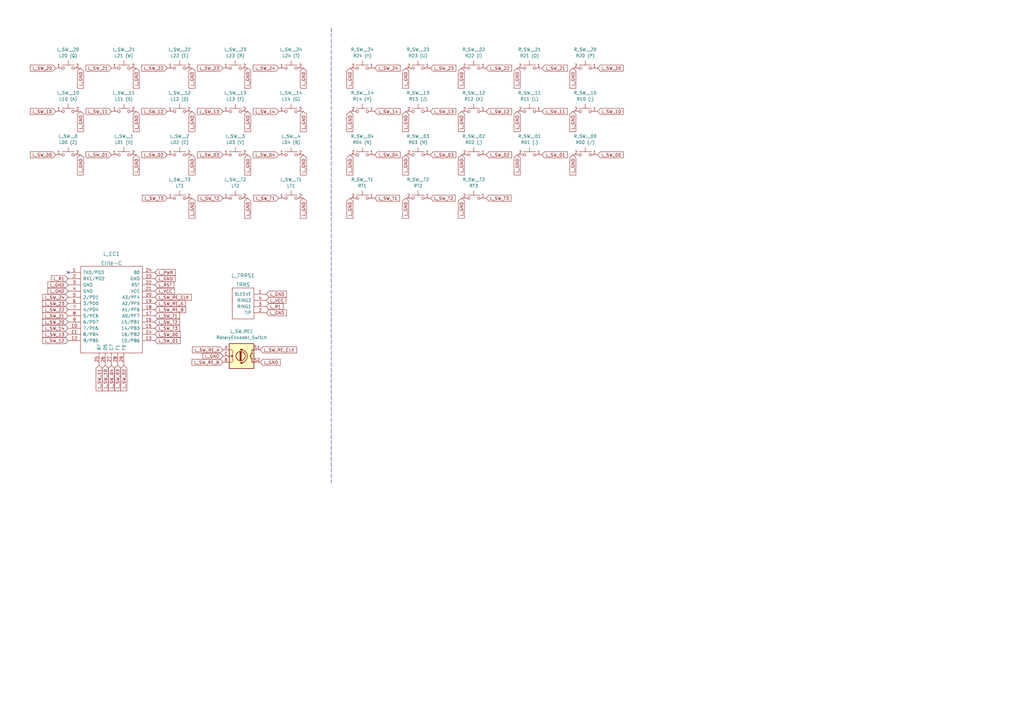
<source format=kicad_sch>
(kicad_sch (version 20211123) (generator eeschema)
  (paper "A3")
  (lib_symbols
    (symbol "CherryMX:CherryMX" (pin_names (offset 0.254))
      (property "Reference" "SW" (at 2.54 3.175 0))
      (property "Value" "CherryMX" (at 0 -1.905 0))
      (symbol "CherryMX_1_1"
        (circle (center -2.032 0) (radius 0.508))
        (polyline (pts (xy 0 1.27) (xy 0 3.048)))
        (polyline (pts (xy 2.54 1.27) (xy -2.54 1.27)))
        (circle (center 2.032 0) (radius 0.508))
        (pin passive line (at -5.08 0 0) (length 2.54) (name "~") (number "1"))
        (pin passive line (at 5.08 0 180) (length 2.54) (name "~") (number "2"))
      )
    )
    (symbol "Device:RotaryEncoder_Switch" (pin_names (offset 0.254) hide)
      (property "Reference" "SW" (at 0 6.604 0))
      (property "Value" "RotaryEncoder_Switch" (at 0 -6.604 0))
      (symbol "RotaryEncoder_Switch_0_1"
        (rectangle (start -5.08 5.08) (end 5.08 -5.08) (stroke (width 0.254)) (fill (type background)))
        (circle (center -3.81 0) (radius 0.254) (fill (type outline)))
        (arc (start -0.381 -2.794) (mid 2.3622 -0.0508) (end -0.381 2.667) (stroke (width 0.254)))
        (circle (center -0.381 0) (radius 1.905) (stroke (width 0.254)))
        (polyline (pts (xy -0.635 -1.778) (xy -0.635 1.778)) (stroke (width 0.254)))
        (polyline (pts (xy -0.381 -1.778) (xy -0.381 1.778)) (stroke (width 0.254)))
        (polyline (pts (xy -0.127 1.778) (xy -0.127 -1.778)) (stroke (width 0.254)))
        (polyline (pts (xy 3.81 0) (xy 3.429 0)) (stroke (width 0.254)))
        (polyline (pts (xy 3.81 1.016) (xy 3.81 -1.016)) (stroke (width 0.254)))
        (polyline (pts (xy -5.08 -2.54) (xy -3.81 -2.54) (xy -3.81 -2.032)))
        (polyline (pts (xy -5.08 2.54) (xy -3.81 2.54) (xy -3.81 2.032)))
        (polyline (pts (xy 0.254 -3.048) (xy -0.508 -2.794) (xy 0.127 -2.413)) (stroke (width 0.254)))
        (polyline (pts (xy 0.254 2.921) (xy -0.508 2.667) (xy 0.127 2.286)) (stroke (width 0.254)))
        (polyline (pts (xy 5.08 -2.54) (xy 4.318 -2.54) (xy 4.318 -1.016)) (stroke (width 0.254)))
        (polyline (pts (xy 5.08 2.54) (xy 4.318 2.54) (xy 4.318 1.016)) (stroke (width 0.254)))
        (polyline (pts (xy -5.08 0) (xy -3.81 0) (xy -3.81 -1.016) (xy -3.302 -2.032)))
        (polyline (pts (xy -4.318 0) (xy -3.81 0) (xy -3.81 1.016) (xy -3.302 2.032)))
        (circle (center 4.318 -1.016) (radius 0.127) (stroke (width 0.254)))
        (circle (center 4.318 1.016) (radius 0.127) (stroke (width 0.254)))
      )
      (symbol "RotaryEncoder_Switch_1_1"
        (pin passive line (at -7.62 2.54 0) (length 2.54) (name "A") (number "A"))
        (pin passive line (at -7.62 -2.54 0) (length 2.54) (name "B") (number "B"))
        (pin passive line (at -7.62 0 0) (length 2.54) (name "C") (number "C"))
        (pin passive line (at 7.62 2.54 180) (length 2.54) (name "S1") (number "S1"))
        (pin passive line (at 7.62 -2.54 180) (length 2.54) (name "S2") (number "S2"))
      )
    )
    (symbol "keebio:Elite-C" (pin_names (offset 1.016))
      (property "Reference" "U" (at 0 0 0))
      (property "Value" "Elite-C" (at 0 2.54 0))
      (symbol "Elite-C_0_1"
        (rectangle (start 12.7 -19.05) (end -12.7 16.51))
      )
      (symbol "Elite-C_1_1"
        (pin input line (at -17.78 13.97 0) (length 5.08) (name "TX0/PD3") (number "1"))
        (pin input line (at -17.78 -8.89 0) (length 5.08) (name "7/PE6") (number "10"))
        (pin input line (at -17.78 -11.43 0) (length 5.08) (name "8/PB4") (number "11"))
        (pin input line (at -17.78 -13.97 0) (length 5.08) (name "9/PB5") (number "12"))
        (pin input line (at 17.78 -13.97 180) (length 5.08) (name "10/PB6") (number "13"))
        (pin input line (at 17.78 -11.43 180) (length 5.08) (name "16/PB2") (number "14"))
        (pin input line (at 17.78 -8.89 180) (length 5.08) (name "14/PB3") (number "15"))
        (pin input line (at 17.78 -6.35 180) (length 5.08) (name "15/PB1") (number "16"))
        (pin input line (at 17.78 -3.81 180) (length 5.08) (name "A0/PF7") (number "17"))
        (pin input line (at 17.78 -1.27 180) (length 5.08) (name "A1/PF6") (number "18"))
        (pin input line (at 17.78 1.27 180) (length 5.08) (name "A2/PF5") (number "19"))
        (pin input line (at -17.78 11.43 0) (length 5.08) (name "RX1/PD2") (number "2"))
        (pin input line (at 17.78 3.81 180) (length 5.08) (name "A3/PF4") (number "20"))
        (pin input line (at 17.78 6.35 180) (length 5.08) (name "VCC") (number "21"))
        (pin input line (at 17.78 8.89 180) (length 5.08) (name "RST") (number "22"))
        (pin input line (at 17.78 11.43 180) (length 5.08) (name "GND") (number "23"))
        (pin input line (at 17.78 13.97 180) (length 5.08) (name "B0") (number "24"))
        (pin input line (at -5.08 -24.13 90) (length 5.08) (name "B7") (number "25"))
        (pin input line (at -2.54 -24.13 90) (length 5.08) (name "D5") (number "26"))
        (pin input line (at 0 -24.13 90) (length 5.08) (name "C7") (number "27"))
        (pin input line (at 2.54 -24.13 90) (length 5.08) (name "F1") (number "28"))
        (pin input line (at 5.08 -24.13 90) (length 5.08) (name "F0") (number "29"))
        (pin input line (at -17.78 8.89 0) (length 5.08) (name "GND") (number "3"))
        (pin input line (at -17.78 6.35 0) (length 5.08) (name "GND") (number "4"))
        (pin input line (at -17.78 3.81 0) (length 5.08) (name "2/PD1") (number "5"))
        (pin input line (at -17.78 1.27 0) (length 5.08) (name "3/PD0") (number "6"))
        (pin input line (at -17.78 -1.27 0) (length 5.08) (name "4/PD4") (number "7"))
        (pin input line (at -17.78 -3.81 0) (length 5.08) (name "5/PC6") (number "8"))
        (pin input line (at -17.78 -6.35 0) (length 5.08) (name "6/PD7") (number "9"))
      )
    )
    (symbol "keebio:TRRS" (pin_names (offset 1.016))
      (property "Reference" "U" (at 0 15.24 0))
      (property "Value" "TRRS" (at 0 -2.54 0))
      (symbol "TRRS_0_1"
        (rectangle (start -3.81 0) (end -3.81 12.7))
        (rectangle (start -3.81 12.7) (end 5.08 12.7))
        (rectangle (start 5.08 0) (end -3.81 0))
        (rectangle (start 5.08 12.7) (end 5.08 0))
      )
      (symbol "TRRS_1_1"
        (pin input line (at -8.89 2.54 0) (length 5.08) (name "SLEEVE") (number "1"))
        (pin input line (at -8.89 10.16 0) (length 5.08) (name "TIP") (number "2"))
        (pin input line (at -8.89 7.62 0) (length 5.08) (name "RING1") (number "3"))
        (pin input line (at -8.89 5.08 0) (length 5.08) (name "RING2") (number "4"))
      )
    )
  )
  (no_connect (at 27.94 111.76))
  (polyline (pts (xy 135.89 11.43) (xy 135.89 198.12)))
  (global_label "L_GND" (shape input) (at 78.74 63.5 270) (property "Intersheet References" "${INTERSHEET_REFS}" (effects hide)))
  (global_label "L_SW_00" (shape input) (at 22.86 63.5 180) (property "Intersheet References" "${INTERSHEET_REFS}" (effects hide)))
  (global_label "L_SW_22" (shape input) (at 199.39 27.94 0) (property "Intersheet References" "${INTERSHEET_REFS}" (effects hide)))
  (global_label "L_SW_02" (shape input) (at 199.39 63.5 0) (property "Intersheet References" "${INTERSHEET_REFS}" (effects hide)))
  (global_label "L_SW_04" (shape input) (at 153.67 63.5 0) (property "Intersheet References" "${INTERSHEET_REFS}" (effects hide)))
  (global_label "L_GND" (shape input) (at 143.51 81.28 270) (property "Intersheet References" "${INTERSHEET_REFS}" (effects hide)))
  (global_label "L_GND" (shape input) (at 212.09 45.72 270) (property "Intersheet References" "${INTERSHEET_REFS}" (effects hide)))
  (global_label "L_VCC" (shape input) (at 63.5 119.38 0) (property "Intersheet References" "${INTERSHEET_REFS}" (effects hide)))
  (global_label "L_GND" (shape input) (at 78.74 45.72 270) (property "Intersheet References" "${INTERSHEET_REFS}" (effects hide)))
  (global_label "L_SW_23" (shape input) (at 27.94 124.46 180) (property "Intersheet References" "${INTERSHEET_REFS}" (effects hide)))
  (global_label "L_GND" (shape input) (at 166.37 45.72 270) (property "Intersheet References" "${INTERSHEET_REFS}" (effects hide)))
  (global_label "L_GND" (shape input) (at 33.02 45.72 270) (property "Intersheet References" "${INTERSHEET_REFS}" (effects hide)))
  (global_label "L_SW_T2" (shape input) (at 63.5 132.08 0) (property "Intersheet References" "${INTERSHEET_REFS}" (effects hide)))
  (global_label "L_VCC" (shape input) (at 109.22 123.19 0) (property "Intersheet References" "${INTERSHEET_REFS}" (effects hide)))
  (global_label "L_GND" (shape input) (at 101.6 81.28 270) (property "Intersheet References" "${INTERSHEET_REFS}" (effects hide)))
  (global_label "L_SW_11" (shape input) (at 45.72 45.72 180) (property "Intersheet References" "${INTERSHEET_REFS}" (effects hide)))
  (global_label "L_GND" (shape input) (at 109.22 120.65 0) (property "Intersheet References" "${INTERSHEET_REFS}" (effects hide)))
  (global_label "L_GND" (shape input) (at 166.37 27.94 270) (property "Intersheet References" "${INTERSHEET_REFS}" (effects hide)))
  (global_label "L_SW_RE_B" (shape input) (at 63.5 127 0) (property "Intersheet References" "${INTERSHEET_REFS}" (effects hide)))
  (global_label "L_SW_RE_CLK" (shape input) (at 106.68 143.51 0) (property "Intersheet References" "${INTERSHEET_REFS}" (effects hide)))
  (global_label "L_SW_13" (shape input) (at 91.44 45.72 180) (property "Intersheet References" "${INTERSHEET_REFS}" (effects hide)))
  (global_label "L_SW_21" (shape input) (at 27.94 129.54 180) (property "Intersheet References" "${INTERSHEET_REFS}" (effects hide)))
  (global_label "L_GND" (shape input) (at 166.37 81.28 270) (property "Intersheet References" "${INTERSHEET_REFS}" (effects hide)))
  (global_label "L_GND" (shape input) (at 189.23 63.5 270) (property "Intersheet References" "${INTERSHEET_REFS}" (effects hide)))
  (global_label "L_GND" (shape input) (at 33.02 27.94 270) (property "Intersheet References" "${INTERSHEET_REFS}" (effects hide)))
  (global_label "L_SW_12" (shape input) (at 27.94 139.7 180) (property "Intersheet References" "${INTERSHEET_REFS}" (effects hide)))
  (global_label "L_GND" (shape input) (at 189.23 27.94 270) (property "Intersheet References" "${INTERSHEET_REFS}" (effects hide)))
  (global_label "L_GND" (shape input) (at 212.09 63.5 270) (property "Intersheet References" "${INTERSHEET_REFS}" (effects hide)))
  (global_label "L_SW_01" (shape input) (at 222.25 63.5 0) (property "Intersheet References" "${INTERSHEET_REFS}" (effects hide)))
  (global_label "L_SW_21" (shape input) (at 45.72 27.94 180) (property "Intersheet References" "${INTERSHEET_REFS}" (effects hide)))
  (global_label "L_GND" (shape input) (at 143.51 45.72 270) (property "Intersheet References" "${INTERSHEET_REFS}" (effects hide)))
  (global_label "L_SW_03" (shape input) (at 48.26 149.86 270) (property "Intersheet References" "${INTERSHEET_REFS}" (effects hide)))
  (global_label "L_SW_00" (shape input) (at 245.11 63.5 0) (property "Intersheet References" "${INTERSHEET_REFS}" (effects hide)))
  (global_label "L_SW_T2" (shape input) (at 176.53 81.28 0) (property "Intersheet References" "${INTERSHEET_REFS}" (effects hide)))
  (global_label "L_SW_11" (shape input) (at 222.25 45.72 0) (property "Intersheet References" "${INTERSHEET_REFS}" (effects hide)))
  (global_label "L_SW_02" (shape input) (at 68.58 63.5 180) (property "Intersheet References" "${INTERSHEET_REFS}" (effects hide)))
  (global_label "L_SW_20" (shape input) (at 22.86 27.94 180) (property "Intersheet References" "${INTERSHEET_REFS}" (effects hide)))
  (global_label "L_GND" (shape input) (at 27.94 119.38 180) (property "Intersheet References" "${INTERSHEET_REFS}" (effects hide)))
  (global_label "L_SW_01" (shape input) (at 63.5 139.7 0) (property "Intersheet References" "${INTERSHEET_REFS}" (effects hide)))
  (global_label "L_GND" (shape input) (at 124.46 81.28 270) (property "Intersheet References" "${INTERSHEET_REFS}" (effects hide)))
  (global_label "L_GND" (shape input) (at 101.6 27.94 270) (property "Intersheet References" "${INTERSHEET_REFS}" (effects hide)))
  (global_label "L_GND" (shape input) (at 189.23 81.28 270) (property "Intersheet References" "${INTERSHEET_REFS}" (effects hide)))
  (global_label "L_SW_21" (shape input) (at 222.25 27.94 0) (property "Intersheet References" "${INTERSHEET_REFS}" (effects hide)))
  (global_label "L_SW_03" (shape input) (at 91.44 63.5 180) (property "Intersheet References" "${INTERSHEET_REFS}" (effects hide)))
  (global_label "L_SW_14" (shape input) (at 114.3 45.72 180) (property "Intersheet References" "${INTERSHEET_REFS}" (effects hide)))
  (global_label "L_SW_14" (shape input) (at 153.67 45.72 0) (property "Intersheet References" "${INTERSHEET_REFS}" (effects hide)))
  (global_label "L_GND" (shape input) (at 109.22 128.27 0) (property "Intersheet References" "${INTERSHEET_REFS}" (effects hide)))
  (global_label "L_SW_T3" (shape input) (at 63.5 134.62 0) (property "Intersheet References" "${INTERSHEET_REFS}" (effects hide)))
  (global_label "L_GND" (shape input) (at 124.46 63.5 270) (property "Intersheet References" "${INTERSHEET_REFS}" (effects hide)))
  (global_label "L_GND" (shape input) (at 124.46 27.94 270) (property "Intersheet References" "${INTERSHEET_REFS}" (effects hide)))
  (global_label "L_PWR" (shape input) (at 63.5 111.76 0) (property "Intersheet References" "${INTERSHEET_REFS}" (effects hide)))
  (global_label "L_SW_24" (shape input) (at 153.67 27.94 0) (property "Intersheet References" "${INTERSHEET_REFS}" (effects hide)))
  (global_label "L_GND" (shape input) (at 63.5 114.3 0) (property "Intersheet References" "${INTERSHEET_REFS}" (effects hide)))
  (global_label "L_RST" (shape input) (at 63.5 116.84 0) (property "Intersheet References" "${INTERSHEET_REFS}" (effects hide)))
  (global_label "L_SW_02" (shape input) (at 50.8 149.86 270) (property "Intersheet References" "${INTERSHEET_REFS}" (effects hide)))
  (global_label "L_GND" (shape input) (at 78.74 81.28 270) (property "Intersheet References" "${INTERSHEET_REFS}" (effects hide)))
  (global_label "L_SW_RE_B" (shape input) (at 91.44 148.59 180) (property "Intersheet References" "${INTERSHEET_REFS}" (effects hide)))
  (global_label "L_GND" (shape input) (at 101.6 63.5 270) (property "Intersheet References" "${INTERSHEET_REFS}" (effects hide)))
  (global_label "L_SW_24" (shape input) (at 27.94 121.92 180) (property "Intersheet References" "${INTERSHEET_REFS}" (effects hide)))
  (global_label "L_GND" (shape input) (at 143.51 63.5 270) (property "Intersheet References" "${INTERSHEET_REFS}" (effects hide)))
  (global_label "L_GND" (shape input) (at 124.46 45.72 270) (property "Intersheet References" "${INTERSHEET_REFS}" (effects hide)))
  (global_label "L_SW_10" (shape input) (at 43.18 149.86 270) (property "Intersheet References" "${INTERSHEET_REFS}" (effects hide)))
  (global_label "L_GND" (shape input) (at 27.94 116.84 180) (property "Intersheet References" "${INTERSHEET_REFS}" (effects hide)))
  (global_label "L_GND" (shape input) (at 234.95 63.5 270) (property "Intersheet References" "${INTERSHEET_REFS}" (effects hide)))
  (global_label "L_SW_10" (shape input) (at 22.86 45.72 180) (property "Intersheet References" "${INTERSHEET_REFS}" (effects hide)))
  (global_label "L_SW_T1" (shape input) (at 153.67 81.28 0) (property "Intersheet References" "${INTERSHEET_REFS}" (effects hide)))
  (global_label "L_SW_T3" (shape input) (at 199.39 81.28 0) (property "Intersheet References" "${INTERSHEET_REFS}" (effects hide)))
  (global_label "L_R1" (shape input) (at 27.94 114.3 180) (property "Intersheet References" "${INTERSHEET_REFS}" (effects hide)))
  (global_label "L_SW_20" (shape input) (at 27.94 132.08 180) (property "Intersheet References" "${INTERSHEET_REFS}" (effects hide)))
  (global_label "L_SW_00" (shape input) (at 63.5 137.16 0) (property "Intersheet References" "${INTERSHEET_REFS}" (effects hide)))
  (global_label "L_SW_04" (shape input) (at 45.72 149.86 270) (property "Intersheet References" "${INTERSHEET_REFS}" (effects hide)))
  (global_label "L_GND" (shape input) (at 101.6 45.72 270) (property "Intersheet References" "${INTERSHEET_REFS}" (effects hide)))
  (global_label "L_SW_20" (shape input) (at 245.11 27.94 0) (property "Intersheet References" "${INTERSHEET_REFS}" (effects hide)))
  (global_label "L_SW_24" (shape input) (at 114.3 27.94 180) (property "Intersheet References" "${INTERSHEET_REFS}" (effects hide)))
  (global_label "L_R1" (shape input) (at 109.22 125.73 0) (property "Intersheet References" "${INTERSHEET_REFS}" (effects hide)))
  (global_label "L_SW_11" (shape input) (at 40.64 149.86 270) (property "Intersheet References" "${INTERSHEET_REFS}" (effects hide)))
  (global_label "L_SW_12" (shape input) (at 199.39 45.72 0) (property "Intersheet References" "${INTERSHEET_REFS}" (effects hide)))
  (global_label "L_SW_23" (shape input) (at 91.44 27.94 180) (property "Intersheet References" "${INTERSHEET_REFS}" (effects hide)))
  (global_label "L_SW_T1" (shape input) (at 114.3 81.28 180) (property "Intersheet References" "${INTERSHEET_REFS}" (effects hide)))
  (global_label "L_GND" (shape input) (at 234.95 27.94 270) (property "Intersheet References" "${INTERSHEET_REFS}" (effects hide)))
  (global_label "L_SW_T2" (shape input) (at 91.44 81.28 180) (property "Intersheet References" "${INTERSHEET_REFS}" (effects hide)))
  (global_label "L_GND" (shape input) (at 33.02 63.5 270) (property "Intersheet References" "${INTERSHEET_REFS}" (effects hide)))
  (global_label "L_SW_12" (shape input) (at 68.58 45.72 180) (property "Intersheet References" "${INTERSHEET_REFS}" (effects hide)))
  (global_label "L_GND" (shape input) (at 78.74 27.94 270) (property "Intersheet References" "${INTERSHEET_REFS}" (effects hide)))
  (global_label "L_SW_T3" (shape input) (at 68.58 81.28 180) (property "Intersheet References" "${INTERSHEET_REFS}" (effects hide)))
  (global_label "L_GND" (shape input) (at 106.68 148.59 0) (property "Intersheet References" "${INTERSHEET_REFS}" (effects hide)))
  (global_label "L_SW_13" (shape input) (at 176.53 45.72 0) (property "Intersheet References" "${INTERSHEET_REFS}" (effects hide)))
  (global_label "L_SW_03" (shape input) (at 176.53 63.5 0) (property "Intersheet References" "${INTERSHEET_REFS}" (effects hide)))
  (global_label "L_GND" (shape input) (at 55.88 63.5 270) (property "Intersheet References" "${INTERSHEET_REFS}" (effects hide)))
  (global_label "L_SW_RE_A" (shape input) (at 91.44 143.51 180) (property "Intersheet References" "${INTERSHEET_REFS}" (effects hide)))
  (global_label "L_SW_T1" (shape input) (at 63.5 129.54 0) (property "Intersheet References" "${INTERSHEET_REFS}" (effects hide)))
  (global_label "L_GND" (shape input) (at 166.37 63.5 270) (property "Intersheet References" "${INTERSHEET_REFS}" (effects hide)))
  (global_label "L_GND" (shape input) (at 143.51 27.94 270) (property "Intersheet References" "${INTERSHEET_REFS}" (effects hide)))
  (global_label "L_GND" (shape input) (at 189.23 45.72 270) (property "Intersheet References" "${INTERSHEET_REFS}" (effects hide)))
  (global_label "L_GND" (shape input) (at 212.09 27.94 270) (property "Intersheet References" "${INTERSHEET_REFS}" (effects hide)))
  (global_label "L_SW_14" (shape input) (at 27.94 134.62 180) (property "Intersheet References" "${INTERSHEET_REFS}" (effects hide)))
  (global_label "L_SW_22" (shape input) (at 27.94 127 180) (property "Intersheet References" "${INTERSHEET_REFS}" (effects hide)))
  (global_label "L_SW_13" (shape input) (at 27.94 137.16 180) (property "Intersheet References" "${INTERSHEET_REFS}" (effects hide)))
  (global_label "L_GND" (shape input) (at 55.88 45.72 270) (property "Intersheet References" "${INTERSHEET_REFS}" (effects hide)))
  (global_label "L_SW_RE_CLK" (shape input) (at 63.5 121.92 0) (property "Intersheet References" "${INTERSHEET_REFS}" (effects hide)))
  (global_label "L_SW_10" (shape input) (at 245.11 45.72 0) (property "Intersheet References" "${INTERSHEET_REFS}" (effects hide)))
  (global_label "L_GND" (shape input) (at 234.95 45.72 270) (property "Intersheet References" "${INTERSHEET_REFS}" (effects hide)))
  (global_label "L_SW_RE_A" (shape input) (at 63.5 124.46 0) (property "Intersheet References" "${INTERSHEET_REFS}" (effects hide)))
  (global_label "L_SW_04" (shape input) (at 114.3 63.5 180) (property "Intersheet References" "${INTERSHEET_REFS}" (effects hide)))
  (global_label "L_SW_23" (shape input) (at 176.53 27.94 0) (property "Intersheet References" "${INTERSHEET_REFS}" (effects hide)))
  (global_label "L_SW_22" (shape input) (at 68.58 27.94 180) (property "Intersheet References" "${INTERSHEET_REFS}" (effects hide)))
  (global_label "L_GND" (shape input) (at 55.88 27.94 270) (property "Intersheet References" "${INTERSHEET_REFS}" (effects hide)))
  (global_label "L_GND" (shape input) (at 91.44 146.05 180) (property "Intersheet References" "${INTERSHEET_REFS}" (effects hide)))
  (global_label "L_SW_01" (shape input) (at 45.72 63.5 180) (property "Intersheet References" "${INTERSHEET_REFS}" (effects hide)))
  (symbol (lib_id "CherryMX:CherryMX") (at 73.66 81.28 0) (unit 1)
    (property "Reference" "L_SW__T3" (at 73.66 73.66 0))
    (property "Value" "LT3" (at 73.66 76.2 0))
    (property "Footprint" "burp_fart_keyswitches:Kailh_socket_MX_pads_flipped" (effects hide))
  )
  (symbol (lib_id "CherryMX:CherryMX") (at 217.17 63.5 0) (mirror y) (unit 1)
    (property "Reference" "R_SW__01" (at 217.17 55.88 0))
    (property "Value" "R01 (.)" (at 217.17 58.42 0))
    (property "Footprint" "burp_fart_keyswitches:Kailh_socket_MX_pads_flipped" (effects hide))
  )
  (symbol (lib_id "CherryMX:CherryMX") (at 73.66 63.5 0) (unit 1)
    (property "Reference" "L_SW__2" (at 73.66 55.88 0))
    (property "Value" "L02 (C)" (at 73.66 58.42 0))
    (property "Footprint" "burp_fart_keyswitches:Kailh_socket_MX_pads_flipped" (effects hide))
  )
  (symbol (lib_id "CherryMX:CherryMX") (at 148.59 81.28 0) (mirror y) (unit 1)
    (property "Reference" "R_SW__T1" (at 148.59 73.66 0))
    (property "Value" "RT1" (at 148.59 76.2 0))
    (property "Footprint" "burp_fart_keyswitches:Kailh_socket_MX_pads_flipped" (effects hide))
  )
  (symbol (lib_id "CherryMX:CherryMX") (at 148.59 45.72 0) (mirror y) (unit 1)
    (property "Reference" "R_SW__14" (at 148.59 38.1 0))
    (property "Value" "R14 (H)" (at 148.59 40.64 0))
    (property "Footprint" "burp_fart_keyswitches:Kailh_socket_MX_pads_flipped" (effects hide))
  )
  (symbol (lib_id "CherryMX:CherryMX") (at 217.17 27.94 0) (mirror y) (unit 1)
    (property "Reference" "R_SW__21" (at 217.17 20.32 0))
    (property "Value" "R21 (O)" (at 217.17 22.86 0))
    (property "Footprint" "burp_fart_keyswitches:Kailh_socket_MX_pads_flipped" (effects hide))
  )
  (symbol (lib_id "CherryMX:CherryMX") (at 194.31 45.72 0) (mirror y) (unit 1)
    (property "Reference" "R_SW__12" (at 194.31 38.1 0))
    (property "Value" "R12 (K)" (at 194.31 40.64 0))
    (property "Footprint" "burp_fart_keyswitches:Kailh_socket_MX_pads_flipped" (effects hide))
  )
  (symbol (lib_id "CherryMX:CherryMX") (at 194.31 27.94 0) (mirror y) (unit 1)
    (property "Reference" "R_SW__22" (at 194.31 20.32 0))
    (property "Value" "R22 (I)" (at 194.31 22.86 0))
    (property "Footprint" "burp_fart_keyswitches:Kailh_socket_MX_pads_flipped" (effects hide))
  )
  (symbol (lib_id "CherryMX:CherryMX") (at 50.8 27.94 0) (unit 1)
    (property "Reference" "L_SW__21" (at 50.8 20.32 0))
    (property "Value" "L21 (W)" (at 50.8 22.86 0))
    (property "Footprint" "burp_fart_keyswitches:Kailh_socket_MX_pads_flipped" (effects hide))
  )
  (symbol (lib_id "CherryMX:CherryMX") (at 96.52 81.28 0) (unit 1)
    (property "Reference" "L_SW__T2" (at 96.52 73.66 0))
    (property "Value" "LT2" (at 96.52 76.2 0))
    (property "Footprint" "burp_fart_keyswitches:Kailh_socket_MX_pads_flipped" (effects hide))
  )
  (symbol (lib_id "Device:RotaryEncoder_Switch") (at 99.06 146.05 0) (unit 1)
    (property "Reference" "L_SW_RE1" (at 99.06 135.89 0))
    (property "Value" "RotaryEncoder_Switch" (at 99.06 138.43 0))
    (property "Footprint" "Rotary_Encoder:RotaryEncoder_Alps_EC11E-Switch_Vertical_H20mm" (effects hide))
  )
  (symbol (lib_id "CherryMX:CherryMX") (at 96.52 45.72 0) (unit 1)
    (property "Reference" "L_SW__13" (at 96.52 38.1 0))
    (property "Value" "L13 (F)" (at 96.52 40.64 0))
    (property "Footprint" "burp_fart_keyswitches:Kailh_socket_MX_pads_flipped" (effects hide))
  )
  (symbol (lib_id "CherryMX:CherryMX") (at 194.31 81.28 0) (mirror y) (unit 1)
    (property "Reference" "R_SW__T3" (at 194.31 73.66 0))
    (property "Value" "RT3" (at 194.31 76.2 0))
    (property "Footprint" "burp_fart_keyswitches:Kailh_socket_MX_pads_flipped" (effects hide))
  )
  (symbol (lib_id "CherryMX:CherryMX") (at 119.38 63.5 0) (unit 1)
    (property "Reference" "L_SW__4" (at 119.38 55.88 0))
    (property "Value" "L04 (B)" (at 119.38 58.42 0))
    (property "Footprint" "burp_fart_keyswitches:Kailh_socket_MX_pads_flipped" (effects hide))
  )
  (symbol (lib_id "CherryMX:CherryMX") (at 27.94 27.94 0) (unit 1)
    (property "Reference" "L_SW__20" (at 27.94 20.32 0))
    (property "Value" "L20 (Q)" (at 27.94 22.86 0))
    (property "Footprint" "burp_fart_keyswitches:Kailh_socket_MX_pads_flipped" (effects hide))
  )
  (symbol (lib_id "CherryMX:CherryMX") (at 50.8 45.72 0) (unit 1)
    (property "Reference" "L_SW__11" (at 50.8 38.1 0))
    (property "Value" "L11 (S)" (at 50.8 40.64 0))
    (property "Footprint" "burp_fart_keyswitches:Kailh_socket_MX_pads_flipped" (effects hide))
  )
  (symbol (lib_id "CherryMX:CherryMX") (at 96.52 63.5 0) (unit 1)
    (property "Reference" "L_SW__3" (at 96.52 55.88 0))
    (property "Value" "L03 (V)" (at 96.52 58.42 0))
    (property "Footprint" "burp_fart_keyswitches:Kailh_socket_MX_pads_flipped" (effects hide))
  )
  (symbol (lib_id "CherryMX:CherryMX") (at 96.52 27.94 0) (unit 1)
    (property "Reference" "L_SW__23" (at 96.52 20.32 0))
    (property "Value" "L23 (R)" (at 96.52 22.86 0))
    (property "Footprint" "burp_fart_keyswitches:Kailh_socket_MX_pads_flipped" (effects hide))
  )
  (symbol (lib_id "CherryMX:CherryMX") (at 119.38 45.72 0) (unit 1)
    (property "Reference" "L_SW__14" (at 119.38 38.1 0))
    (property "Value" "L14 (G)" (at 119.38 40.64 0))
    (property "Footprint" "burp_fart_keyswitches:Kailh_socket_MX_pads_flipped" (effects hide))
  )
  (symbol (lib_id "CherryMX:CherryMX") (at 148.59 27.94 0) (mirror y) (unit 1)
    (property "Reference" "R_SW__24" (at 148.59 20.32 0))
    (property "Value" "R24 (Y)" (at 148.59 22.86 0))
    (property "Footprint" "burp_fart_keyswitches:Kailh_socket_MX_pads_flipped" (effects hide))
  )
  (symbol (lib_id "keebio:TRRS") (at 100.33 118.11 180) (unit 1)
    (property "Reference" "L_TRRS1" (at 99.695 113.03 0) (effects (font (size 1.524 1.524))))
    (property "Value" "TRRS" (at 99.695 116.84 0) (effects (font (size 1.524 1.524))))
    (property "Footprint" "burp_fart_keyswitches:TRRS-PJ-320A_reversible" (effects hide))
  )
  (symbol (lib_id "CherryMX:CherryMX") (at 171.45 27.94 0) (mirror y) (unit 1)
    (property "Reference" "R_SW__23" (at 171.45 20.32 0))
    (property "Value" "R23 (U)" (at 171.45 22.86 0))
    (property "Footprint" "burp_fart_keyswitches:Kailh_socket_MX_pads_flipped" (effects hide))
  )
  (symbol (lib_id "CherryMX:CherryMX") (at 217.17 45.72 0) (mirror y) (unit 1)
    (property "Reference" "R_SW__11" (at 217.17 38.1 0))
    (property "Value" "R11 (L)" (at 217.17 40.64 0))
    (property "Footprint" "burp_fart_keyswitches:Kailh_socket_MX_pads_flipped" (effects hide))
  )
  (symbol (lib_id "CherryMX:CherryMX") (at 27.94 45.72 0) (unit 1)
    (property "Reference" "L_SW__10" (at 27.94 38.1 0))
    (property "Value" "L10 (A)" (at 27.94 40.64 0))
    (property "Footprint" "burp_fart_keyswitches:Kailh_socket_MX_pads_flipped" (effects hide))
  )
  (symbol (lib_id "CherryMX:CherryMX") (at 194.31 63.5 0) (mirror y) (unit 1)
    (property "Reference" "R_SW__02" (at 194.31 55.88 0))
    (property "Value" "R02 (,)" (at 194.31 58.42 0))
    (property "Footprint" "burp_fart_keyswitches:Kailh_socket_MX_pads_flipped" (effects hide))
  )
  (symbol (lib_id "CherryMX:CherryMX") (at 73.66 45.72 0) (unit 1)
    (property "Reference" "L_SW__12" (at 73.66 38.1 0))
    (property "Value" "L12 (D)" (at 73.66 40.64 0))
    (property "Footprint" "burp_fart_keyswitches:Kailh_socket_MX_pads_flipped" (effects hide))
  )
  (symbol (lib_id "CherryMX:CherryMX") (at 171.45 63.5 0) (mirror y) (unit 1)
    (property "Reference" "R_SW__03" (at 171.45 55.88 0))
    (property "Value" "R03 (M)" (at 171.45 58.42 0))
    (property "Footprint" "burp_fart_keyswitches:Kailh_socket_MX_pads_flipped" (effects hide))
  )
  (symbol (lib_id "CherryMX:CherryMX") (at 148.59 63.5 0) (mirror y) (unit 1)
    (property "Reference" "R_SW__04" (at 148.59 55.88 0))
    (property "Value" "R04 (N)" (at 148.59 58.42 0))
    (property "Footprint" "burp_fart_keyswitches:Kailh_socket_MX_pads_flipped" (effects hide))
  )
  (symbol (lib_id "CherryMX:CherryMX") (at 50.8 63.5 0) (unit 1)
    (property "Reference" "L_SW__1" (at 50.8 55.88 0))
    (property "Value" "L01 (X)" (at 50.8 58.42 0))
    (property "Footprint" "burp_fart_keyswitches:Kailh_socket_MX_pads_flipped" (effects hide))
  )
  (symbol (lib_id "CherryMX:CherryMX") (at 27.94 63.5 0) (unit 1)
    (property "Reference" "L_SW__0" (at 27.94 55.88 0))
    (property "Value" "L00 (Z)" (at 27.94 58.42 0))
    (property "Footprint" "burp_fart_keyswitches:Kailh_socket_MX_pads_flipped" (effects hide))
  )
  (symbol (lib_id "CherryMX:CherryMX") (at 171.45 81.28 0) (mirror y) (unit 1)
    (property "Reference" "R_SW__T2" (at 171.45 73.66 0))
    (property "Value" "RT2" (at 171.45 76.2 0))
    (property "Footprint" "burp_fart_keyswitches:Kailh_socket_MX_pads_flipped" (effects hide))
  )
  (symbol (lib_id "CherryMX:CherryMX") (at 171.45 45.72 0) (mirror y) (unit 1)
    (property "Reference" "R_SW__13" (at 171.45 38.1 0))
    (property "Value" "R13 (J)" (at 171.45 40.64 0))
    (property "Footprint" "burp_fart_keyswitches:Kailh_socket_MX_pads_flipped" (effects hide))
  )
  (symbol (lib_id "CherryMX:CherryMX") (at 240.03 63.5 0) (mirror y) (unit 1)
    (property "Reference" "R_SW__00" (at 240.03 55.88 0))
    (property "Value" "R00 (/)" (at 240.03 58.42 0))
    (property "Footprint" "burp_fart_keyswitches:Kailh_socket_MX_pads_flipped" (effects hide))
  )
  (symbol (lib_id "CherryMX:CherryMX") (at 119.38 27.94 0) (unit 1)
    (property "Reference" "L_SW__24" (at 119.38 20.32 0))
    (property "Value" "L24 (T)" (at 119.38 22.86 0))
    (property "Footprint" "burp_fart_keyswitches:Kailh_socket_MX_pads_flipped" (effects hide))
  )
  (symbol (lib_id "CherryMX:CherryMX") (at 119.38 81.28 0) (unit 1)
    (property "Reference" "L_SW__T1" (at 119.38 73.66 0))
    (property "Value" "LT1" (at 119.38 76.2 0))
    (property "Footprint" "burp_fart_keyswitches:Kailh_socket_MX_pads_flipped" (effects hide))
  )
  (symbol (lib_id "CherryMX:CherryMX") (at 73.66 27.94 0) (unit 1)
    (property "Reference" "L_SW__22" (at 73.66 20.32 0))
    (property "Value" "L22 (E)" (at 73.66 22.86 0))
    (property "Footprint" "burp_fart_keyswitches:Kailh_socket_MX_pads_flipped" (effects hide))
  )
  (symbol (lib_id "keebio:Elite-C") (at 45.72 125.73 0) (unit 1)
    (property "Reference" "L_EC1" (at 45.72 104.14 0) (effects (font (size 1.524 1.524))))
    (property "Value" "Elite-C" (at 45.72 107.95 0) (effects (font (size 1.524 1.524))))
    (property "Footprint" "Keebio-Parts:Elite-C" (effects hide))
  )
  (symbol (lib_id "CherryMX:CherryMX") (at 240.03 27.94 0) (mirror y) (unit 1)
    (property "Reference" "R_SW__20" (at 240.03 20.32 0))
    (property "Value" "R20 (P)" (at 240.03 22.86 0))
    (property "Footprint" "burp_fart_keyswitches:Kailh_socket_MX_pads_flipped" (effects hide))
  )
  (symbol (lib_id "CherryMX:CherryMX") (at 240.03 45.72 0) (mirror y) (unit 1)
    (property "Reference" "R_SW__10" (at 240.03 38.1 0))
    (property "Value" "R10 (;)" (at 240.03 40.64 0))
    (property "Footprint" "burp_fart_keyswitches:Kailh_socket_MX_pads_flipped" (effects hide))
  )
)
</source>
